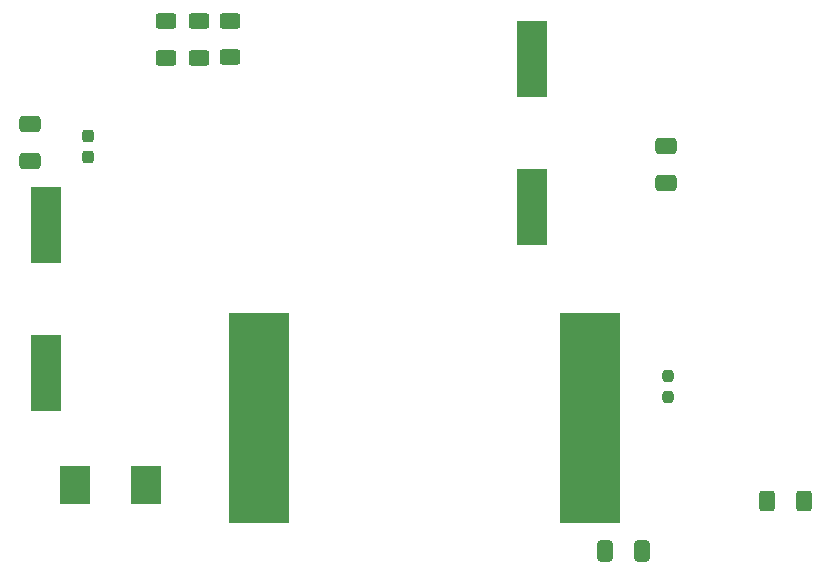
<source format=gbr>
%TF.GenerationSoftware,KiCad,Pcbnew,8.0.7-8.0.7-0~ubuntu20.04.1*%
%TF.CreationDate,2025-01-29T23:58:39+05:30*%
%TF.ProjectId,Buck_Converter_12V_3V3,4275636b-5f43-46f6-9e76-65727465725f,rev?*%
%TF.SameCoordinates,Original*%
%TF.FileFunction,Paste,Top*%
%TF.FilePolarity,Positive*%
%FSLAX46Y46*%
G04 Gerber Fmt 4.6, Leading zero omitted, Abs format (unit mm)*
G04 Created by KiCad (PCBNEW 8.0.7-8.0.7-0~ubuntu20.04.1) date 2025-01-29 23:58:39*
%MOMM*%
%LPD*%
G01*
G04 APERTURE LIST*
G04 Aperture macros list*
%AMRoundRect*
0 Rectangle with rounded corners*
0 $1 Rounding radius*
0 $2 $3 $4 $5 $6 $7 $8 $9 X,Y pos of 4 corners*
0 Add a 4 corners polygon primitive as box body*
4,1,4,$2,$3,$4,$5,$6,$7,$8,$9,$2,$3,0*
0 Add four circle primitives for the rounded corners*
1,1,$1+$1,$2,$3*
1,1,$1+$1,$4,$5*
1,1,$1+$1,$6,$7*
1,1,$1+$1,$8,$9*
0 Add four rect primitives between the rounded corners*
20,1,$1+$1,$2,$3,$4,$5,0*
20,1,$1+$1,$4,$5,$6,$7,0*
20,1,$1+$1,$6,$7,$8,$9,0*
20,1,$1+$1,$8,$9,$2,$3,0*%
G04 Aperture macros list end*
%ADD10RoundRect,0.250000X-0.400000X-0.625000X0.400000X-0.625000X0.400000X0.625000X-0.400000X0.625000X0*%
%ADD11RoundRect,0.250000X0.625000X-0.400000X0.625000X0.400000X-0.625000X0.400000X-0.625000X-0.400000X0*%
%ADD12RoundRect,0.250000X-0.625000X0.400000X-0.625000X-0.400000X0.625000X-0.400000X0.625000X0.400000X0*%
%ADD13R,5.100000X17.800000*%
%ADD14R,2.561399X3.180001*%
%ADD15RoundRect,0.250000X0.650000X-0.412500X0.650000X0.412500X-0.650000X0.412500X-0.650000X-0.412500X0*%
%ADD16RoundRect,0.237500X-0.237500X0.250000X-0.237500X-0.250000X0.237500X-0.250000X0.237500X0.250000X0*%
%ADD17R,2.500000X6.500000*%
%ADD18RoundRect,0.250000X-0.412500X-0.650000X0.412500X-0.650000X0.412500X0.650000X-0.412500X0.650000X0*%
%ADD19RoundRect,0.237500X0.237500X-0.300000X0.237500X0.300000X-0.237500X0.300000X-0.237500X-0.300000X0*%
G04 APERTURE END LIST*
D10*
%TO.C,R4*%
X157050000Y-98870000D03*
X160150000Y-98870000D03*
%TD*%
D11*
%TO.C,R3*%
X108950000Y-61320000D03*
X108950000Y-58220000D03*
%TD*%
D12*
%TO.C,R2*%
X106170000Y-61320000D03*
X106170000Y-58220000D03*
%TD*%
D11*
%TO.C,R1*%
X111580000Y-58210000D03*
X111580000Y-61310000D03*
%TD*%
D13*
%TO.C,L1*%
X114050000Y-91850000D03*
X142050000Y-91850000D03*
%TD*%
D14*
%TO.C,D1*%
X104480000Y-97490000D03*
X98403400Y-97490000D03*
%TD*%
D15*
%TO.C,C7*%
X148480000Y-71945000D03*
X148480000Y-68820000D03*
%TD*%
D16*
%TO.C,C6*%
X148640000Y-88255000D03*
X148640000Y-90080000D03*
%TD*%
D17*
%TO.C,C5*%
X137120000Y-73970000D03*
X137120000Y-61470000D03*
%TD*%
D18*
%TO.C,C4*%
X143275000Y-103070000D03*
X146400000Y-103070000D03*
%TD*%
D15*
%TO.C,C3*%
X94660000Y-70110000D03*
X94660000Y-66985000D03*
%TD*%
D19*
%TO.C,C2*%
X99500000Y-69725000D03*
X99500000Y-68000000D03*
%TD*%
D17*
%TO.C,C1*%
X95950000Y-75520000D03*
X95950000Y-88020000D03*
%TD*%
M02*

</source>
